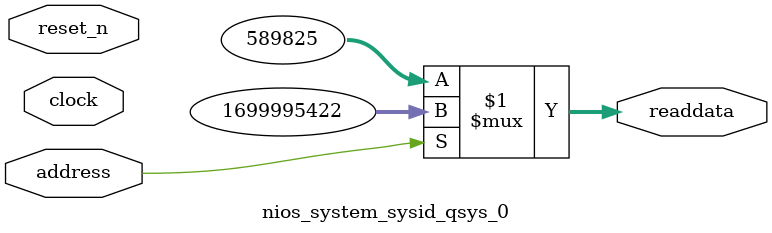
<source format=v>



// synthesis translate_off
`timescale 1ns / 1ps
// synthesis translate_on

// turn off superfluous verilog processor warnings 
// altera message_level Level1 
// altera message_off 10034 10035 10036 10037 10230 10240 10030 

module nios_system_sysid_qsys_0 (
               // inputs:
                address,
                clock,
                reset_n,

               // outputs:
                readdata
             )
;

  output  [ 31: 0] readdata;
  input            address;
  input            clock;
  input            reset_n;

  wire    [ 31: 0] readdata;
  //control_slave, which is an e_avalon_slave
  assign readdata = address ? 1699995422 : 589825;

endmodule



</source>
